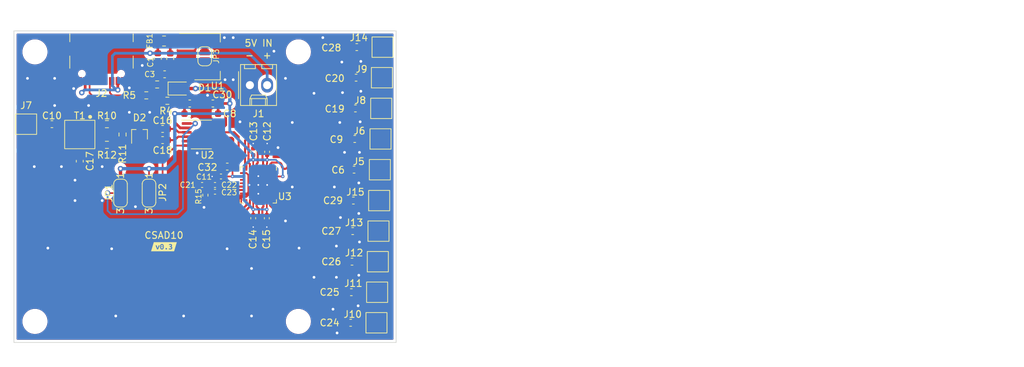
<source format=kicad_pcb>
(kicad_pcb (version 20221018) (generator pcbnew)
  (title_block (title "CSAD10") (date "2023-03-16") (rev "0.2"))
  (layers (0 "F.Cu" signal) (1 "In1.Cu" signal) (2 "In2.Cu" signal) (31 "B.Cu" signal) (34 "B.Paste" user) (35 "F.Paste" user) (36 "B.SilkS" user "B.Silkscreen") (37 "F.SilkS" user "F.Silkscreen") (38 "B.Mask" user) (39 "F.Mask" user) (44 "Edge.Cuts" user))
  (net 0 "")
  (net 1 "GND")
  (net 2 "+3.3V")
  (net 3 "Net-(U2-OUT1)")
  (net 4 "Net-(J5-In)")
  (net 5 "Net-(U2-OUT2)")
  (net 6 "Net-(U3-CLKout0)")
  (net 7 "Net-(J7-In)")
  (net 8 "Net-(T1-AA)")
  (net 9 "Net-(D2-A)")
  (net 10 "Net-(U2-IN+)")
  (net 11 "Net-(T1-SC)")
  (net 12 "Net-(C18-Pad1)")
  (net 13 "Net-(U2-IN-)")
  (net 14 "Net-(D1-K)")
  (net 15 "Net-(J2-CC1)")
  (net 19 "Net-(J2-CC2)")
  (net 23 "Net-(J6-In)")
  (net 24 "Net-(U3-CLKout1)")
  (net 25 "Earth")
  (net 26 "Net-(JP1-C)")
  (net 27 "Net-(JP2-C)")
  (net 28 "Net-(T1-SB)")
  (net 29 "Net-(T1-SA)")
  (net 30 "Net-(JP3-B)")
  (net 31 "Net-(J1-Pin_2)")
  (net 32 "Net-(J8-In)")
  (net 33 "Net-(U3-CLKout2)")
  (net 34 "Net-(J9-In)")
  (net 35 "Net-(U3-CLKout3)")
  (net 36 "Net-(C21-Pad1)")
  (net 37 "Net-(U3-CLKin0)")
  (net 38 "Net-(U3-CLKin0*)")
  (net 39 "Net-(J10-In)")
  (net 40 "Net-(U3-CLKout5)")
  (net 41 "Net-(J11-In)")
  (net 42 "Net-(U3-CLKout6)")
  (net 43 "Net-(J12-In)")
  (net 44 "Net-(U3-CLKout7)")
  (net 45 "Net-(J13-In)")
  (net 46 "Net-(U3-CLKout8)")
  (net 47 "Net-(J14-In)")
  (net 48 "Net-(U3-CLKout4)")
  (net 49 "Net-(J15-In)")
  (net 50 "Net-(U3-CLKout9)")
  (footprint "Capacitor_SMD:C_0603_1608Metric" (layer "F.Cu") (at 147.3 90.2)
    (fp_text reference "C8")
    (fp_text value "0.1uF")
  )
  (footprint "Capacitor_SMD:C_0603_1608Metric" (layer "F.Cu") (at 168.5 80.4 180)
    (fp_text reference "C28")
    (fp_text value "0.1uF")
  )
  (footprint "Capacitor_SMD:C_0603_1608Metric" (layer "F.Cu") (at 141.025 82.1 90)
    (fp_text reference "C2" hide)
    (fp_text value "1uF")
  )
  (footprint "ABOP_Parts:Connector_RF_Hirose_U.FL-R-SMT(01)" (layer "F.Cu") (at 171.6 112 90)
    (fp_text reference "J12")
    (fp_text value "U.FL-R-SMT(01)")
  )
  (footprint "Capacitor_SMD:C_0603_1608Metric" (layer "F.Cu") (at 127.7 97.2 -90)
    (fp_text reference "C17")
    (fp_text value "0.1uF")
  )
  (footprint "Capacitor_SMD:C_0603_1608Metric" (layer "F.Cu") (at 149.425 98)
    (fp_text reference "C32")
    (fp_text value "1uF")
  )
  (footprint "Resistor_SMD:R_0402_1005Metric" (layer "F.Cu") (at 146.2 102.2 90)
    (fp_text reference "R15")
    (fp_text value "50R")
  )
  (footprint "Resistor_SMD:R_0603_1608Metric" (layer "F.Cu") (at 137.5 87.5 180)
    (fp_text reference "R5")
    (fp_text value "5K1")
  )
  (footprint "Capacitor_SMD:C_0603_1608Metric" (layer "F.Cu") (at 139.2 82.075 90)
    (fp_text reference "C1")
    (fp_text value "1uF")
  )
  (footprint "Capacitor_SMD:C_0603_1608Metric" (layer "F.Cu") (at 139.9 92.445)
    (fp_text reference "C16")
    (fp_text value "0.1uF")
  )
  (footprint "Jumper:SolderJumper-2_P1.3mm_Open_RoundedPad1.0x1.5mm" (layer "F.Cu") (at 146.1 81.75 90)
    (fp_text reference "JP3")
    (fp_text value "SolderJumper_2_Open")
  )
  (footprint "Capacitor_SMD:C_0603_1608Metric" (layer "F.Cu") (at 147.3 88.7)
    (fp_text reference "C30")
    (fp_text value "1uF")
  )
  (footprint "Capacitor_SMD:C_0603_1608Metric" (layer "F.Cu") (at 167.7 116.5 180)
    (fp_text reference "C25")
    (fp_text value "0.1uF")
  )
  (footprint "Capacitor_SMD:C_0603_1608Metric" (layer "F.Cu") (at 139.9 94.095)
    (fp_text reference "C18")
    (fp_text value "0.1uF")
  )
  (footprint "ABOP_Parts:Connector_RF_Hirose_U.FL-R-SMT(01)" (layer "F.Cu") (at 172.2 84.9 90)
    (fp_text reference "J9")
    (fp_text value "U.FL-R-SMT(01)")
  )
  (footprint "Capacitor_SMD:C_0603_1608Metric" (layer "F.Cu") (at 123.6 91.75)
    (fp_text reference "C10")
    (fp_text value "0.1uF")
  )
  (footprint "ABOP_Parts:Connector_RF_Hirose_U.FL-R-SMT(01)" (layer "F.Cu") (at 172.1 89.425 90)
    (fp_text reference "J8")
    (fp_text value "U.FL-R-SMT(01)")
  )
  (footprint "Package_SO:MSOP-12_3x4mm_P0.65mm" (layer "F.Cu") (at 145.6 93.27)
    (fp_text reference "U2")
    (fp_text value "LTC6957IMS-3")
  )
  (footprint "ABOP_Parts:Connector_RF_Hirose_U.FL-R-SMT(01)" (layer "F.Cu") (at 171.5 116.5 90)
    (fp_text reference "J11")
    (fp_text value "U.FL-R-SMT(01)")
  )
  (footprint "Resistor_SMD:R_0603_1608Metric" (layer "F.Cu") (at 131.7 91.75)
    (fp_text reference "R10")
    (fp_text value "100R")
  )
  (footprint "LED_SMD:LED_0805_2012Metric" (layer "F.Cu") (at 142.4 86.5)
    (fp_text reference "D1")
    (fp_text value "150080GS75000")
  )
  (footprint "Capacitor_SMD:C_0402_1005Metric" (layer "F.Cu") (at 147.62 100.7 180)
    (fp_text reference "C22")
    (fp_text value "0.1uF")
  )
  (footprint "Capacitor_SMD:C_0603_1608Metric" (layer "F.Cu") (at 168.2 93.925 180)
    (fp_text reference "C9")
    (fp_text value "0.1uF")
  )
  (footprint "MountingHole:MountingHole_3.2mm_M3_ISO7380" (layer "F.Cu") (at 159.9 81.1)
    (fp_text reference "H2" hide)
    (fp_text value "MountingHole")
  )
  (footprint "Capacitor_SMD:C_0603_1608Metric" (layer "F.Cu") (at 168.3 89.425 180)
    (fp_text reference "C19")
    (fp_text value "0.1uF")
  )
  (footprint "MountingHole:MountingHole_3.2mm_M3_ISO7380" (layer "F.Cu") (at 121.1 81.1)
    (fp_text reference "H1" hide)
    (fp_text value "MountingHole")
  )
  (footprint "Connector_Molex:Molex_KK-254_AE-6410-02A_1x02_P2.54mm_Vertical" (layer "F.Cu") (at 152.76 86)
    (fp_text reference "J1")
    (fp_text value "22-23-2021")
  )
  (footprint "Capacitor_SMD:C_0402_1005Metric" (layer "F.Cu") (at 155.3 95.82 -90)
    (fp_text reference "C12")
    (fp_text value "100pF")
  )
  (footprint "Resistor_SMD:R_0603_1608Metric" (layer "F.Cu") (at 131.7 94.79)
    (fp_text reference "R12")
    (fp_text value "100R")
  )
  (footprint "Jumper:SolderJumper-3_P1.3mm_Bridged12_RoundedPad1.0x1.5mm_NumberLabels" (layer "F.Cu") (at 133.7 101.9 -90)
    (fp_text reference "JP1")
    (fp_text value "SolderJumper_3_Bridged12")
  )
  (footprint "Capacitor_SMD:C_0603_1608Metric" (layer "F.Cu") (at 167.9 107.5 180)
    (fp_text reference "C27")
    (fp_text value "0.1uF")
  )
  (footprint "Capacitor_SMD:C_0603_1608Metric" (layer "F.Cu") (at 167.6 121 180)
    (fp_text reference "C24")
    (fp_text value "0.1uF")
  )
  (footprint "Package_TO_SOT_SMD:SOT-223-3_TabPin2" (layer "F.Cu") (at 146.4875 81.8)
    (fp_text reference "U1")
    (fp_text value "AP7361C-33E")
  )
  (footprint "Resistor_SMD:R_0805_2012Metric" (layer "F.Cu") (at 140.1125 79.5)
    (fp_text reference "FB1")
    (fp_text value "60R @ 100MHz")
  )
  (footprint "Capacitor_SMD:C_0603_1608Metric" (layer "F.Cu") (at 167.8 112 180)
    (fp_text reference "C26")
    (fp_text value "0.1uF")
  )
  (footprint "Capacitor_SMD:C_0603_1608Metric" (layer "F.Cu") (at 168.4 84.9 180)
    (fp_text reference "C20")
    (fp_text value "0.1uF")
  )
  (footprint "ABOP_Parts:Connector_RF_Hirose_U.FL-R-SMT(01)" (layer "F.Cu") (at 171.7 107.5 90)
    (fp_text reference "J13")
    (fp_text value "U.FL-R-SMT(01)")
  )
  (footprint "ABOP_Parts:Transformer_Coilcraft_WBC_Series" (layer "F.Cu") (at 127.7 93.27 -90)
    (fp_text reference "T1")
    (fp_text value "WBC16-1T")
  )
  (footprint "MountingHole:MountingHole_3.2mm_M3_ISO7380" (layer "F.Cu") (at 159.9 120.8)
    (fp_text reference "H4" hide)
    (fp_text value "MountingHole")
  )
  (footprint "Capacitor_SMD:C_0402_1005Metric" (layer "F.Cu") (at 147.62 101.7 180)
    (fp_text reference "C23")
    (fp_text value "0.1uF")
  )
  (footprint "ABOP_Parts:Connector_RF_Hirose_U.FL-R-SMT(01)" (layer "F.Cu") (at 171.9 98.45 90)
    (fp_text reference "J5")
    (fp_text value "U.FL-R-SMT(01)")
  )
  (footprint "Capacitor_SMD:C_0402_1005Metric" (layer "F.Cu") (at 153.25 105.6 90)
    (fp_text reference "C14")
    (fp_text value "100pF")
  )
  (footprint "Capacitor_SMD:C_0603_1608Metric" (layer "F.Cu") (at 168 103 180)
    (fp_text reference "C29")
    (fp_text value "0.1uF")
  )
  (footprint "ABOP_Parts:Connector_RF_Hirose_U.FL-R-SMT(01)" (layer "F.Cu") (at 171.8 103 90)
    (fp_text reference "J15")
    (fp_text value "U.FL-R-SMT(01)")
  )
  (footprint "Resistor_SMD:R_0603_1608Metric" (layer "F.Cu") (at 139.1 85.9 180)
    (fp_text reference "R1" hide)
    (fp_text value "680R")
  )
  (footprint "Capacitor_SMD:C_0603_1608Metric" (layer "F.Cu") (at 140.2 84.4)
    (fp_text reference "C3")
    (fp_text value "4.7uF")
  )
  (footprint "Package_TO_SOT_SMD:SOT-323_SC-70" (layer "F.Cu") (at 136.5 93.27 90)
    (fp_text reference "D2")
    (fp_text value "MA4E133B1-1146T")
  )
  (footprint "Jumper:SolderJumper-3_P1.3mm_Bridged12_RoundedPad1.0x1.5mm_NumberLabels" (layer "F.Cu") (at 137.9 101.9 -90)
    (fp_text reference "JP2")
    (fp_text value "SolderJumper_3_Bridged12")
  )
  (footprint "ABOP_Parts:Connector_RF_Hirose_U.FL-R-SMT(01)" (layer "F.Cu") (at 172.3 80.4 90)
    (fp_text reference "J14")
    (fp_text value "U.FL-R-SMT(01)")
  )
  (footprint "ABOP_Parts:Connector_RF_Hirose_U.FL-R-SMT(01)" (layer "F.Cu") (at 172 93.925 90)
    (fp_text reference "J6")
    (fp_text value "U.FL-R-SMT(01)")
  )
  (footprint "Capacitor_SMD:C_0603_1608Metric" (layer "F.Cu") (at 143.9 90.2 180)
    (fp_text reference "C7" hide)
    (fp_text value "0.1uF")
  )
  (footprint "Capacitor_SMD:C_0402_1005Metric" (layer "F.Cu") (at 153.25 95.82 -90)
    (fp_text reference "C13")
    (fp_text value "100pF")
  )
  (footprint "ABOP_Parts:WQFN-32-1EP_5x5mm_P0.5mm_EP3.1x3.1mm_ThermalVias" (layer "F.Cu") (at 154 100.7 -90)
    (fp_text reference "U3")
    (fp_text value "LMK00101")
  )
  (footprint "Capacitor_SMD:C_0402_1005Metric" (layer "F.Cu") (at 155.25 105.6 90)
    (fp_text reference "C15")
    (fp_text value "100pF")
  )
  (footprint "Capacitor_SMD:C_0603_1608Metric" (layer "F.Cu") (at 168.1 98.45 180)
    (fp_text reference "C6")
    (fp_text value "0.1uF")
  )
  (footprint "Resistor_SMD:R_0603_1608Metric" (layer "F.Cu") (at 134 93.27 -90)
    (fp_text reference "R11")
    (fp_text value "604R")
  )
  (footprint "Capacitor_SMD:C_0603_1608Metric" (layer "F.Cu") (at 143.9 88.7 180)
    (fp_text reference "C31" hide)
    (fp_text value "1uF")
  )
  (footprint "Capacitor_SMD:C_0402_1005Metric" (layer "F.Cu") (at 148.5 99.45)
    (fp_text reference "C11")
    (fp_text value "100pF")
  )
  (footprint "ABOP_Parts:Connector_RF_Hirose_U.FL-R-SMT(01)" (layer "F.Cu") (at 171.4 121 90)
    (fp_text reference "J10")
    (fp_text value "U.FL-R-SMT(01)")
  )
  (footprint "ABOP_Parts:Connector_RF_Hirose_U.FL-R-SMT(01)" (layer "F.Cu") (at 119.8 91.75 -90)
    (fp_text reference "J7")
    (fp_text value "U.FL-R-SMT(01)")
  )
  (footprint "Resistor_SMD:R_0603_1608Metric" (layer "F.Cu") (at 140.6 88.3 180)
    (fp_text reference "R4")
    (fp_text value "5K1")
  )
  (footprint "MountingHole:MountingHole_3.2mm_M3_ISO7380" (layer "F.Cu") (at 121.1 120.8)
    (fp_text reference "H3" hide)
    (fp_text value "MountingHole")
  )
  (footprint "kibuzzard-6492A46E" (layer "F.Cu") (at 140.1 109.8)
    (fp_text reference "kibuzzard-6492A46E" hide)
    (fp_text value "G***" hide)
  )
  (footprint "ABOP_Parts:USB_C_Receptacle_GCT_USB4110-xx-A_16P_TopMnt_Horizontal" (layer "F.Cu") (at 130.9 78.035 180)
    (fp_text reference "J2")
    (fp_text value "USB4110-GF-A")
  )
  (footprint "Capacitor_SMD:C_0402_1005Metric" (layer "F.Cu") (at 145.72 100.7 180)
    (fp_text reference "C21")
    (fp_text value "0.1uF")
  )
  (gr_rect (start 118 78) (end 174.3 123.9) (stroke (width 0.1)) (fill none) (layer "Edge.Cuts"))
  (gr_text "5V IN" (at 151.9 80.4) (layer "F.SilkS") (effects (font (size 1 1)) (justify left bottom)))
  (gr_text "+" (at 155.3 81.6) (layer "F.SilkS") (effects (font (size 1 1))))
  (gr_text "-" (at 152.7 81.6) (layer "F.SilkS") (effects (font (size 1 1))))
  (gr_text "CSAD10" (at 140.1 108.7) (layer "F.SilkS") (effects (font (size 1 1)) (justify bottom)))
  (segment (start 147.75 94.245) (end 143.45 94.245) (width 0.4) (layer "F.Cu") (net 1))
  (segment (start 152.75 101.95) (end 154 100.7) (width 0.25) (layer "F.Cu") (net 1))
  (segment (start 127.7 85.6) (end 126.8 86.5) (width 0.4) (layer "F.Cu") (net 1))
  (segment (start 155.25 106.9) (end 155.25 106.08) (width 0.25) (layer "F.Cu") (net 1))
  (segment (start 154.25 100.45) (end 154 100.7) (width 0.25) (layer "F.Cu") (net 1))
  (segment (start 155.75 102.45) (end 154 100.7) (width 0.25) (layer "F.Cu") (net 1))
  (segment (start 154.25 99.15) (end 154 99.4) (width 0.25) (layer "F.Cu") (net 1))
  (segment (start 154.25 103.1) (end 154.25 100.95) (width 0.25) (layer "F.Cu") (net 1))
  (segment (start 151.6 101.95) (end 152.75 101.95) (width 0.25) (layer "F.Cu") (net 1))
  (segment (start 153.25 95.34) (end 153.25 94.6) (width 0.25) (layer "F.Cu") (net 1))
  (segment (start 134.1 85.5) (end 135 86.4) (width 0.4) (layer "F.Cu") (net 1))
  (segment (start 154.25 98.3) (end 154.25 99.15) (width 0.25) (layer "F.Cu") (net 1))
  (segment (start 156.4 101.95) (end 155.25 101.95) (width 0.25) (layer "F.Cu") (net 1))
  (segment (start 153.25 106.9) (end 153.25 106.08) (width 0.25) (layer "F.Cu") (net 1))
  (segment (start 134.1 85.39) (end 134.1 85.5) (width 0.4) (layer "F.Cu") (net 1))
  (segment (start 152.25 98.95) (end 154 100.7) (width 0.25) (layer "F.Cu") (net 1))
  (segment (start 154.25 100.95) (end 154 100.7) (width 0.25) (layer "F.Cu") (net 1))
  (segment (start 127.7 85.39) (end 127.7 85.6) (width 0.4) (layer "F.Cu") (net 1))
  (segment (start 156.4 98.95) (end 155.75 98.95) (width 0.25) (layer "F.Cu") (net 1))
  (segment (start 156.4 99.95) (end 154.75 99.95) (width 0.25) (layer "F.Cu") (net 1))
  (segment (start 155.25 101.95) (end 154 100.7) (width 0.25) (layer "F.Cu") (net 1))
  (segment (start 151.6 102.45) (end 152.25 102.45) (width 0.25) (layer "F.Cu") (net 1))
  (segment (start 155.3 94.6) (end 155.3 95.34) (width 0.25) (layer "F.Cu") (net 1))
  (segment (start 151.6 98.95) (end 152.25 98.95) (width 0.25) (layer "F.Cu") (net 1))
  (segment (start 156.4 100.45) (end 154.25 100.45) (width 0.25) (layer "F.Cu") (net 1))
  (segment (start 156.4 102.45) (end 155.75 102.45) (width 0.25) (layer "F.Cu") (net 1))
  (segment (start 152.25 102.45) (end 154 100.7) (width 0.25) (layer "F.Cu") (net 1))
  (segment (start 155.75 98.95) (end 154 100.7) (width 0.25) (layer "F.Cu") (net 1))
  (segment (start 154.75 99.95) (end 154 100.7) (width 0.25) (layer "F.Cu") (net 1))
  (segment (start 147.2 99.45) (end 148.02 99.45) (width 0.3) (layer "F.Cu") (net 1))
  (via (at 124 85) (size 0.8) (drill 0.4) (layers "F.Cu" "B.Cu") (net 1))
  (via (at 146.525 87.5) (size 0.8) (drill 0.4) (layers "F.Cu" "B.Cu") (net 1))
  (via (at 120 85) (size 0.8) (drill 0.4) (layers "F.Cu" "B.Cu") (net 1))
  (via (at 127 103) (size 0.8) (drill 0.4) (layers "F.Cu" "B.Cu") (net 1))
  (via (at 135 90) (size 0.8) (drill 0.4) (layers "F.Cu" "B.Cu") (net 1))
  (via (at 153 120) (size 0.8) (drill 0.4) (layers "F.Cu" "B.Cu") (net 1))
  (via (at 153.25 106.9) (size 0.5) (drill 0.2) (layers "F.Cu" "B.Cu") (net 1))
  (via (at 153 113) (size 0.8) (drill 0.4) (layers "F.Cu" "B.Cu") (net 1))
  (via (at 147.2 99.45) (size 0.5) (drill 0.2) (layers "F.Cu" "B.Cu") (net 1))
  (via (at 168.8 114) (size 0.8) (drill 0.4) (layers "F.Cu" "B.Cu") (net 1))
  (via (at 162.2 87.2) (size 0.8) (drill 0.4) (layers "F.Cu" "B.Cu") (net 1))
  (via (at 168.8 104.9) (size 0.8) (drill 0.4) (layers "F.Cu" "B.Cu") (net 1))
  (via (at 165 119) (size 0.8) (drill 0.4) (layers "F.Cu" "B.Cu") (net 1))
  (via (at 169.1 82.5) (size 0.8) (drill 0.4) (layers "F.Cu" "B.Cu") (net 1))
  (via (at 163.5 79) (size 0.8) (drill 0.4) (layers "F.Cu" "B.Cu") (net 1))
  (via (at 136.9 83.1) (size 0.8) (drill 0.4) (layers "F.Cu" "B.Cu") (net 1))
  (via (at 133 120) (size 0.8) (drill 0.4) (layers "F.Cu" "B.Cu") (net 1))
  (via (at 149.4 110.1) (size 0.8) (drill 0.4) (layers "F.Cu" "B.Cu") (net 1))
  (via (at 166.3 82.6) (size 0.8) (drill 0.4) (layers "F.Cu" "B.Cu") (net 1))
  (via (at 158 85) (size 0.8) (drill 0.4) (layers "F.Cu" "B.Cu") (net 1))
  (via (at 127 100) (size 0.8) (drill 0.4) (layers "F.Cu" "B.Cu") (net 1))
  (via (at 166.4 87.1) (size 0.8) (drill 0.4) (layers "F.Cu" "B.Cu") (net 1))
  (via (at 131 98) (size 0.8) (drill 0.4) (layers "F.Cu" "B.Cu") (net 1))
  (via (at 146 104) (size 0.8) (drill 0.4) (layers "F.Cu" "B.Cu") (net 1))
  (via (at 159 91.5) (size 0.8) (drill 0.4) (layers "F.Cu" "B.Cu") (net 1))
  (via (at 126.8 86.5) (size 0.8) (drill 0.4) (layers "F.Cu" "B.Cu") (net 1))
  (via (at 159 101) (size 0.8) (drill 0.4) (layers "F.Cu" "B.Cu") (net 1))
  (via (at 168.7 118.5) (size 0.8) (drill 0.4) (layers "F.Cu" "B.Cu") (net 1))
  (via (at 165.5 109.7) (size 0.8) (drill 0.4) (layers "F.Cu" "B.Cu") (net 1))
  (via (at 153.25 94.6) (size 0.5) (drill 0.2) (layers "F.Cu" "B.Cu") (net 1))
  (via (at 166 91.5) (size 0.8) (drill 0.4) (layers "F.Cu" "B.Cu") (net 1))
  (via (at 125 98) (size 0.8) (drill 0.4) (layers "F.Cu" "B.Cu") (net 1))
  (via (at 145 96) (size 0.8) (drill 0.4) (layers "F.Cu" "B.Cu") (net 1))
  (via (at 123 110) (size 0.8) (drill 0.4) (layers "F.Cu" "B.Cu") (net 1))
  (via (at 156.3 81) (size 0.8) (drill 0.4) (layers "F.Cu" "B.Cu") (net 1))
  (via (at 165.2 101) (size 0.8) (drill 0.4) (layers "F.Cu" "B.Cu") (net 1))
  (via (at 138 90) (size 0.8) (drill 0.4) (layers "F.Cu" "B.Cu") (net 1))
  (via (at 162.2 114.3) (size 0.8) (drill 0.4) (layers "F.Cu" "B.Cu") (net 1))
  (via (at 150.3 85.2) (size 0.8) (drill 0.4) (layers "F.Cu" "B.Cu") (net 1))
  (via (at 155.3 94.6) (size 0.5) (drill 0.2) (layers "F.Cu" "B.Cu") (net 1))
  (via (at 135.9 103.9) (size 0.8) (drill 0.4) (layers "F.Cu" "B.Cu") (net 1))
  (via (at 131 103) (size 0.8) (drill 0.4) (layers "F.Cu" "B.Cu") (net 1))
  (via (at 168.8 100.4) (size 0.8) (drill 0.4) (layers "F.Cu" "B.Cu") (net 1))
  (via (at 158 106) (size 0.8) (drill 0.4) (layers "F.Cu" "B.Cu") (net 1))
  (via (at 124 89) (size 0.8) (drill 0.4) (layers "F.Cu" "B.Cu") (net 1))
  (via (at 151.3 91.4) (size 0.8) (drill 0.4) (layers "F.Cu" "B.Cu") (net 1))
  (via (at 165.6 122.5) (size 0.8) (drill 0.4) (layers "F.Cu" "B.Cu") (net 1))
  (via (at 160 110) (size 0.8) (drill 0.4) (layers "F.Cu" "B.Cu") (net 1))
  (via (at 129 89) (size 0.8) (drill 0.4) (layers "F.Cu" "B.Cu") (net 1))
  (via (at 149.1 85.2) (size 0.8) (drill 0.4) (layers "F.Cu" "B.Cu") (net 1))
  (via (at 149 79) (size 0.8) (drill 0.4) (layers "F.Cu" "B.Cu") (net 1))
  (via (at 166.7 95.9) (size 0.8) (drill 0.4) (layers "F.Cu" "B.Cu") (net 1))
  (via (at 166.1 105.5) (size 0.8) (drill 0.4) (layers "F.Cu" "B.Cu") (net 1))
  (via (at 135 86.4) (size 0.8) (drill 0.4) (layers "F.Cu" "B.Cu") (net 1))
  (via (at 168.9 95.9) (size 0.8) (drill 0.4) (layers "F.Cu" "B.Cu") (net 1))
  (via (at 150.3 79) (size 0.8) (drill 0.4) (layers "F.Cu" "B.Cu") (net 1))
  (via (at 169 91.4) (size 0.8) (drill 0.4) (layers "F.Cu" "B.Cu") (net 1))
  (via (at 169.1 86.9) (size 0.8) (drill 0.4) (layers "F.Cu" "B.Cu") (net 1))
  (via (at 165.5 114.3) (size 0.8) (drill 0.4) (layers "F.Cu" "B.Cu") (net 1))
  (via (at 132.4 110.1) (size 0.8) (drill 0.4) (layers "F.Cu" "B.Cu") (net 1))
  (via (at 121 98) (size 0.8) (drill 0.4) (layers "F.Cu" "B.Cu") (net 1))
  (via (at 143 120) (size 0.8) (drill 0.4) (layers "F.Cu" "B.Cu") (net 1))
  (via (at 156.9 95.2) (size 0.8) (drill 0.4) (layers "F.Cu" "B.Cu") (net 1))
  (via (at 155.25 106.9) (size 0.5) (drill 0.2) (layers "F.Cu" "B.Cu") (net 1))
  (via (at 168.9 109.1) (size 0.8) (drill 0.4) (layers "F.Cu" "B.Cu") (net 1))
  (segment (start 156.4 99.45) (end 157.6 99.45) (width 0.25) (layer "F.Cu") (net 2))
  (segment (start 141.7 91.5) (end 141.7 90.2) (width 0.4) (layer "F.Cu") (net 2))
  (segment (start 155.3 97) (end 155.3 97.5) (width 0.25) (layer "F.Cu") (net 2))
  (segment (start 148.075 90.2) (end 149 90.2) (width 0.4) (layer "F.Cu") (net 2))
  (segment (start 145.8 84.1) (end 146.1 83.8) (width 0.4) (layer "F.Cu") (net 2))
  (segment (start 148.075 90.2) (end 148.075 88.7) (width 0.4) (layer "F.Cu") (net 2))
  (segment (start 137.9 100.6) (end 137.9 98.3) (width 0.25) (layer "F.Cu") (net 2))
  (segment (start 149.2 90.4) (end 149.2 91.85) (width 0.4) (layer "F.Cu") (net 2))
  (segment (start 149 90.2) (end 149.2 90.4) (width 0.4) (layer "F.Cu") (net 2))
  (segment (start 155.3 97.5) (end 155.25 97.55) (width 0.25) (layer "F.Cu") (net 2))
  (segment (start 155.3 96.3) (end 155.3 97) (width 0.25) (layer "F.Cu") (net 2))
  (segment (start 133.7 100.6) (end 133.7 98.3) (width 0.5) (layer "F.Cu") (net 2))
  (segment (start 143.45 92.295) (end 142.495 92.295) (width 0.4) (layer "F.Cu") (net 2))
  (segment (start 143.3375 84.1) (end 143.3375 86.5) (width 0.5) (layer "F.Cu") (net 2))
  (segment (start 150.2 98) (end 150.2 99.45) (width 0.25) (layer "F.Cu") (net 2))
  (segment (start 143.125 89.075) (end 143.125 90.2) (width 0.4) (layer "F.Cu") (net 2))
  (segment (start 151.6 99.45) (end 148.98 99.45) (width 0.25) (layer "F.Cu") (net 2))
  (segment (start 147.75 92.295) (end 148.755 92.295) (width 0.4) (layer "F.Cu") (net 2))
  (segment (start 140.975 84.4) (end 141.7 84.4) (width 0.4) (layer "F.Cu") (net 2))
  (segment (start 155.25 105.12) (end 155.25 103.1) (width 0.25) (layer "F.Cu") (net 2))
  (segment (start 141.7 84.4) (end 142 84.1) (width 0.4) (layer "F.Cu") (net 2))
  (segment (start 141.7 90.2) (end 143.125 90.2) (width 0.4) (layer "F.Cu") (net 2))
  (segment (start 153.25 96.3) (end 153.25 98.3) (width 0.25) (layer "F.Cu") (net 2))
  (segment (start 142.495 92.295) (end 141.7 91.5) (width 0.4) (layer "F.Cu") (net 2))
  (segment (start 142 84.1) (end 143.3375 84.1) (width 0.4) (layer "F.Cu") (net 2))
  (segment (start 143.3375 84.1) (end 145.8 84.1) (width 0.4) (layer "F.Cu") (net 2))
  (segment (start 148.755 92.295) (end 149.2 91.85) (width 0.4) (layer "F.Cu") (net 2))
  (segment (start 153.25 105.12) (end 153.25 103.1) (width 0.25) (layer "F.Cu") (net 2))
  (segment (start 155.25 97.55) (end 155.25 98.3) (width 0.25) (layer "F.Cu") (net 2))
  (segment (start 146.1 83.8) (end 146.1 82.4) (width 0.4) (layer "F.Cu") (net 2))
  (segment (start 148.075 88.7) (end 149.8 88.7) (width 0.4) (layer "F.Cu") (net 2))
  (segment (start 143.3375 86.5) (end 144.75 86.5) (width 0.5) (layer "F.Cu") (net 2))
  (via (at 144.75 86.5) (size 0.8) (drill 0.4) (layers "F.Cu" "B.Cu") (net 2))
  (via (at 133.7 98.3) (size 0.8) (drill 0.4) (layers "F.Cu" "B.Cu") (net 2))
  (via (at 155.25 104.3) (size 0.5) (drill 0.2) (layers "F.Cu" "B.Cu") (net 2))
  (via (at 155.3 97) (size 0.5) (drill 0.2) (layers "F.Cu" "B.Cu") (net 2))
  (via (at 141.7 90.2) (size 0.8) (drill 0.4) (layers "F.Cu" "B.Cu") (net 2))
  (via (at 153.25 97) (size 0.5) (drill 0.2) (layers "F.Cu" "B.Cu") (net 2))
  (via (at 137.9 98.3) (size 0.8) (drill 0.4) (layers "F.Cu" "B.Cu") (net 2))
  (via (at 157.6 99.45) (size 0.5) (drill 0.2) (layers "F.Cu" "B.Cu") (net 2))
  (via (at 153.25 104.3) (size 0.5) (drill 0.2) (layers "F.Cu" "B.Cu") (net 2))
  (via (at 149.8 88.7) (size 0.8) (drill 0.4) (layers "F.Cu" "B.Cu") (net 2))
  (via (at 150.2 99.45) (size 0.5) (drill 0.2) (layers "F.Cu" "B.Cu") (net 2))
  (segment (start 153.25 104.3) (end 155.25 104.3) (width 0.3) (layer "B.Cu") (net 2))
  (segment (start 140.5 98.3) (end 133.7 98.3) (width 0.5) (layer "B.Cu") (net 2))
  (segment (start 141.7 90.2) (end 149.8 90.2) (width 0.4) (layer "B.Cu") (net 2))
  (segment (start 153.25 97) (end 153.25 96.2) (width 0.4) (layer "B.Cu") (net 2))
  (segment (start 149.8 92.75) (end 149.8 90.2) (width 0.4) (layer "B.Cu") (net 2))
  (segment (start 155.3 97) (end 156.6 97) (width 0.25) (layer "B.Cu") (net 2))
  (segment (start 151.9 99.45) (end 150.2 99.45) (width 0.4) (layer "B.Cu") (net 2))
  (segment (start 153.25 97) (end 152.8 97) (width 0.4) (layer "B.Cu") (net 2))
  (segment (start 157.6 98) (end 157.6 99.45) (width 0.25) (layer "B.Cu") (net 2))
  (segment (start 141.7 90.2) (end 141.7 97.1) (width 0.5) (layer "B.Cu") (net 2))
  (segment (start 156.6 97) (end 157.6 98) (width 0.25) (layer "B.Cu") (net 2))
  (segment (start 148.9 86.5) (end 149.8 87.4) (width 0.5) (layer "B.Cu") (net 2))
  (segment (start 149.8 87.4) (end 149.8 88.7) (width 0.5) (layer "B.Cu") (net 2))
  (segment (start 151.9 97.9) (end 151.9 102.95) (width 0.4) (layer "B.Cu") (net 2))
  (segment (start 152.8 97) (end 151.9 97.9) (width 0.4) (layer "B.Cu") (net 2))
  (segment (start 149.8 90.2) (end 149.8 88.7) (width 0.4) (layer "B.Cu") (net 2))
  (segment (start 153.25 97) (end 155.3 97) (width 0.4) (layer "B.Cu") (net 2))
  (segment (start 151.9 102.95) (end 153.25 104.3) (width 0.4) (layer "B.Cu") (net 2))
  (segment (start 153.25 96.2) (end 149.8 92.75) (width 0.4) (layer "B.Cu") (net 2))
  (segment (start 141.7 97.1) (end 140.5 98.3) (width 0.5) (layer "B.Cu") (net 2))
  (segment (start 144.75 86.5) (end 148.9 86.5) (width 0.5) (layer "B.Cu") (net 2))
  (segment (start 145.24 97.76) (end 145.24 100.7) (width 0.3) (layer "F.Cu") (net 3))
  (segment (start 146.4 96.6) (end 145.24 97.76) (width 0.3) (layer "F.Cu") (net 3))
  (segment (start 147.75 92.945) (end 150.445 92.945) (width 0.3) (layer "F.Cu") (net 3))
  (segment (start 151.1 93.6) (end 151.1 95.9) (width 0.3) (layer "F.Cu") (net 3))
  (segment (start 150.4 96.6) (end 146.4 96.6) (width 0.3) (layer "F.Cu") (net 3))
  (segment (start 150.445 92.945) (end 151.1 93.6) (width 0.3) (layer "F.Cu") (net 3))
  (segment (start 151.1 95.9) (end 150.4 96.6) (width 0.3) (layer "F.Cu") (net 3))
  (segment (start 170.4 98.45) (end 168.875 98.45) (width 0.3) (layer "F.Cu") (net 4))
  (segment (start 157.45 97.877751) (end 157.45 97.85) (width 0.3) (layer "F.Cu") (net 6))
  (segment (start 166.275 97.4) (end 166 97.4) (width 0.3) (layer "F.Cu") (net 6))
  (segment (start 163.75 96.922255) (end 163.75 97.4) (width 0.3) (layer "F.Cu") (net 6))
  (segment (start 159.25 97.877751) (end 159.25 97.4) (width 0.3) (layer "F.Cu") (net 6))
  (segment (start 157 97.4) (end 156 97.4) (width 0.3) (layer "F.Cu") (net 6))
  (segment (start 159.25 97.4) (end 159.25 96.92225) (width 0.3) (layer "F.Cu") (net 6))
  (segment (start 163.75 97.4) (end 163.75 97.877745) (width 0.3) (layer "F.Cu") (net 6))
  (segment (start 155.75 97.721751) (end 155.75 98.3) (width 0.3) (layer "F.Cu") (net 6))
  (segment (start 161.95 96.922252) (end 161.95 97.4) (width 0.3) (layer "F.Cu") (net 6))
  (segment (start 158.35 96.92225) (end 158.35 97.4) (width 0.3) (layer "F.Cu") (net 6))
  (segment (start 164.65 97.877745) (end 164.65 97.85) (width 0.3) (layer "F.Cu") (net 6))
  (segment (start 156 97.4) (end 155.775 97.625) (width 0.3) (layer "F.Cu") (net 6))
  (segment (start 162.85 97.4) (end 162.85 96.922252) (width 0.3) (layer "F.Cu") (net 6))
  (segment (start 160.15 96.92225) (end 160.15 97.4) (width 0.3) (layer "F.Cu") (net 6))
  (segment (start 161.05 97.877749) (end 161.05 97.4) (width 0.3) (layer "F.Cu") (net 6))
  (segment (start 167.325 98.45) (end 166.275 97.4) (width 0.3) (layer "F.Cu") (net 6))
  (segment (start 158.35 97.4) (end 158.35 97.877751) (width 0.3) (layer "F.Cu") (net 6))
  (segment (start 160.15 97.4) (end 160.15 97.877751) (width 0.3) (layer "F.Cu") (net 6))
  (segment (start 155.775 97.625) (end 155.775 97.696751) (width 0.3) (layer "F.Cu") (net 6))
  (segment (start 161.95 97.4) (end 161.95 97.877749) (width 0.3) (layer "F.Cu") (net 6))
  (segment (start 161.05 97.4) (end 161.05 96.92225) (width 0.3) (layer "F.Cu") (net 6))
  (segment (start 164.65 97.85) (end 164.65 96.922255) (width 0.3) (layer "F.Cu") (net 6))
  (segment (start 165.55 97.85) (end 165.55 97.877745) (width 0.3) (layer "F.Cu") (net 6))
  (segment (start 162.85 97.877745) (end 162.85 97.4) (width 0.3) (layer "F.Cu") (net 6))
  (segment (start 155.775 97.696751) (end 155.75 97.721751) (width 0.3) (layer "F.Cu") (net 6))
  (arc (start 160.6 96.47225) (mid 160.281802 96.604052) (end 160.15 96.92225) (width 0.3) (layer "F.Cu") (net 6))
  (arc (start 157.45 97.85) (mid 157.318198 97.531802) (end 157 97.4) (width 0.3) (layer "F.Cu") (net 6))
  (arc (start 163.75 97.877745) (mid 163.618198 98.195943) (end 163.3 98.327745) (width 0.3) (layer "F.Cu") (net 6))
  (arc (start 161.95 97.877749) (mid 161.818198 98.195947) (end 161.5 98.327749) (width 0.3) (layer "F.Cu") (net 6))
  (arc (start 162.85 96.922252) (mid 162.718198 96.604054) (end 162.4 96.472252) (width 0.3) (layer "F.Cu") (net 6))
  (arc (start 158.8 96.47225) (mid 158.481802 96.604052) (end 158.35 96.92225) (width 0.3) (layer "F.Cu") (net 6))
  (arc (start 157.9 98.327751) (mid 157.581802 98.195949) (end 157.45 97.877751) (width 0.3) (layer "F.Cu") (net 6))
  (arc (start 163.3 98.327745) (mid 162.981802 98.195943) (end 162.85 97.877745) (width 0.3) (layer "F.Cu") (net 6))
  (arc (start 162.4 96.472252) (mid 162.081802 96.604054) (end 161.95 96.922252) (width 0.3) (layer "F.Cu") (net 6))
  (arc (start 158.35 97.877751) (mid 158.218198 98.195949) (end 157.9 98.327751) (width 0.3) (layer "F.Cu") (net 6))
  (arc (start 164.2 96.472255) (mid 163.881802 96.604057) (end 163.75 96.922255) (width 0.3) (layer "F.Cu") (net 6))
  (arc (start 159.25 96.92225) (mid 159.118198 96.604052) (end 158.8 96.47225) (width 0.3) (layer "F.Cu") (net 6))
  (arc (start 164.65 96.922255) (mid 164.518198 96.604057) (end 164.2 96.472255) (width 0.3) (layer "F.Cu") (net 6))
  (arc (start 165.55 97.877745) (mid 165.418198 98.195943) (end 165.1 98.327745) (width 0.3) (layer "F.Cu") (net 6))
  (arc (start 166 97.4) (mid 165.681802 97.531802) (end 165.55 97.85) (width 0.3) (layer "F.Cu") (net 6))
  (arc (start 165.1 98.327745) (mid 164.781802 98.195943) (end 164.65 97.877745) (width 0.3) (layer "F.Cu") (net 6))
  (arc (start 159.7 98.327751) (mid 159.381802 98.195949) (end 159.25 97.877751) (width 0.3) (layer "F.Cu") (net 6))
  (arc (start 160.15 97.877751) (mid 160.018198 98.195949) (end 159.7 98.327751) (width 0.3) (layer "F.Cu") (net 6))
  (arc (start 161.05 96.92225) (mid 160.918198 96.604052) (end 160.6 96.47225) (width 0.3) (layer "F.Cu") (net 6))
  (arc (start 161.5 98.327749) (mid 161.181802 98.195947) (end 161.05 97.877749) (width 0.3) (layer "F.Cu") (net 6))
  (segment (start 121.3 91.75) (end 122.825 91.75) (width 0.3) (layer "F.Cu") (net 7))
  (segment (start 124.375 91.75) (end 126.175 91.75) (width 0.3) (layer "F.Cu") (net 8))
  (segment (start 139.125 92.445) (end 134 92.445) (width 0.3) (layer "F.Cu") (net 9))
  (segment (start 132.525 91.75) (end 133.305 91.75) (width 0.3) (layer "F.Cu") (net 9))
  (segment (start 133.305 91.75) (end 134 92.445) (width 0.3) (layer "F.Cu") (net 9))
  (segment (start 141.745 92.445) (end 142.245 92.945) (width 0.3) (layer "F.Cu") (net 10))
  (segment (start 140.675 92.445) (end 141.745 92.445) (width 0.3) (layer "F.Cu") (net 10))
  (segment (start 142.245 92.945) (end 143.45 92.945) (width 0.3) (layer "F.Cu") (net 10))
  (segment (start 128.13 93.27) (end 127.7 93.7) (width 0.3) (layer "F.Cu") (net 11))
  (segment (start 129.225 93.27) (end 128.13 93.27) (width 0.3) (layer "F.Cu") (net 11))
  (segment (start 127.7 93.7) (end 127.7 96.425) (width 0.3) (layer "F.Cu") (net 11))
  (segment (start 133.305 94.79) (end 134 94.095) (width 0.3) (layer "F.Cu") (net 12))
  (segment (start 132.525 94.79) (end 133.305 94.79) (width 0.3) (layer "F.Cu") (net 12))
  (segment (start 139.125 94.095) (end 134 94.095) (width 0.3) (layer "F.Cu") (net 12))
  (segment (start 142.205 93.595) (end 143.45 93.595) (width 0.3) (layer "F.Cu") (net 13))
  (segment (start 141.705 94.095) (end 142.205 93.595) (width 0.3) (layer "F.Cu") (net 13))
  (segment (start 140.675 94.095) (end 141.705 94.095) (width 0.3) (layer "F.Cu") (net 13))
  (segment (start 140.7 86.5) (end 141.4625 86.5) (width 0.25) (layer "F.Cu") (net 14))
  (segment (start 140.5 85.9) (end 140.6 86) (width 0.25) (layer "F.Cu") (net 14))
  (segment (start 140.6 86) (end 140.6 86.4) (width 0.25) (layer "F.Cu") (net 14))
  (segment (start 140.6 86.4) (end 140.7 86.5) (width 0.25) (layer "F.Cu") (net 14))
  (segment (start 139.925 85.9) (end 140.5 85.9) (width 0.25) (layer "F.Cu") (net 14))
  (segment (start 132.5 87.5) (end 132.15 87.15) (width 0.25) (layer "F.Cu") (net 15))
  (segment (start 136.675 87.5) (end 132.5 87.5) (width 0.25) (layer "F.Cu") (net 15))
  (segment (start 132.15 87.15) (end 132.15 85.39) (width 0.25) (layer "F.Cu") (net 15))
  (segment (start 130.3 88.3) (end 129.15 87.15) (width 0.25) (layer "F.Cu") (net 19))
  (segment (start 139.775 88.3) (end 130.3 88.3) (width 0.25) (layer "F.Cu") (net 19))
  (segment (start 129.15 87.15) (end 129.15 85.39) (width 0.25) (layer "F.Cu") (net 19))
  (segment (start 170.5 93.925) (end 168.975 93.925) (width 0.3) (layer "F.Cu") (net 23))
  (segment (start 154.615 94.357182) (end 154.615 96.915) (width 0.3) (layer "F.Cu") (net 24))
  (segment (start 164.65 94.375) (end 164.65 93.431976) (width 0.3) (layer "F.Cu") (net 24))
  (segment (start 154.7 97.65) (end 154.75 97.7) (width 0.3) (layer "F.Cu") (net 24))
  (segment (start 154.75 97.7) (end 154.75 98.3) (width 0.3) (layer "F.Cu") (net 24))
  (segment (start 161.95 93.925) (end 161.95 94.418024) (width 0.3) (layer "F.Cu") (net 24))
  (segment (start 164.65 94.418024) (end 164.65 94.375) (width 0.3) (layer "F.Cu") (net 24))
  (segment (start 165.55 94.375) (end 165.55 94.418024) (width 0.3) (layer "F.Cu") (net 24))
  (segment (start 154.615 96.915) (end 154.7 97) (width 0.3) (layer "F.Cu") (net 24))
  (segment (start 163.75 93.431976) (end 163.75 93.925) (width 0.3) (layer "F.Cu") (net 24))
  (segment (start 155.047182 93.925) (end 154.615 94.357182) (width 0.3) (layer "F.Cu") (net 24))
  (segment (start 161.05 94.418024) (end 161.05 93.925) (width 0.3) (layer "F.Cu") (net 24))
  (segment (start 159.7 93.925) (end 157.27249 93.925) (width 0.3) (layer "F.Cu") (net 24))
  (segment (start 161.05 93.925) (end 161.05 93.431976) (width 0.3) (layer "F.Cu") (net 24))
  (segment (start 157.27249 93.925) (end 155.047182 93.925) (width 0.3) (layer "F.Cu") (net 24))
  (segment (start 160.15 93.431976) (end 160.15 93.475) (width 0.3) (layer "F.Cu") (net 24))
  (segment (start 163.75 93.925) (end 163.75 94.418024) (width 0.3) (layer "F.Cu") (net 24))
  (segment (start 161.95 93.431976) (end 161.95 93.925) (width 0.3) (layer "F.Cu") (net 24))
  (segment (start 162.85 93.925) (end 162.85 93.431976) (width 0.3) (layer "F.Cu") (net 24))
  (segment (start 167.425 93.925) (end 166 93.925) (width 0.3) (layer "F.Cu") (net 24))
  (segment (start 162.85 94.418024) (end 162.85 93.925) (width 0.3) (layer "F.Cu") (net 24))
  (segment (start 154.7 97) (end 154.7 97.65) (width 0.3) (layer "F.Cu") (net 24))
  (arc (start 160.6 92.981976) (mid 160.281802 93.113778) (end 160.15 93.431976) (width 0.3) (layer "F.Cu") (net 24))
  (arc (start 162.85 93.431976) (mid 162.718198 93.113778) (end 162.4 92.981976) (width 0.3) (layer "F.Cu") (net 24))
  (arc (start 161.5 94.868024) (mid 161.181802 94.736222) (end 161.05 94.418024) (width 0.3) (layer "F.Cu") (net 24))
  (arc (start 160.15 93.475) (mid 160.018198 93.793198) (end 159.7 93.925) (width 0.3) (layer "F.Cu") (net 24))
  (arc (start 164.2 92.981976) (mid 163.881802 93.113778) (end 163.75 93.431976) (width 0.3) (layer "F.Cu") (net 24))
  (arc (start 165.1 94.868024) (mid 164.781802 94.736222) (end 164.65 94.418024) (width 0.3) (layer "F.Cu") (net 24))
  (arc (start 162.4 92.981976) (mid 162.081802 93.113778) (end 161.95 93.431976) (width 0.3) (layer "F.Cu") (net 24))
  (arc (start 161.95 94.418024) (mid 161.818198 94.736222) (end 161.5 94.868024) (width 0.3) (layer "F.Cu") (net 24))
  (arc (start 163.3 94.868024) (mid 162.981802 94.736222) (end 162.85 94.418024) (width 0.3) (layer "F.Cu") (net 24))
  (arc (start 166 93.925) (mid 165.681802 94.056802) (end 165.55 94.375) (width 0.3) (layer "F.Cu") (net 24))
  (arc (start 163.75 94.418024) (mid 163.618198 94.736222) (end 163.3 94.868024) (width 0.3) (layer "F.Cu") (net 24))
  (arc (start 161.05 93.431976) (mid 160.918198 93.113778) (end 160.6 92.981976) (width 0.3) (layer "F.Cu") (net 24))
  (arc (start 164.65 93.431976) (mid 164.518198 93.113778) (end 164.2 92.981976) (width 0.3) (layer "F.Cu") (net 24))
  (arc (start 165.55 94.418024) (mid 165.418198 94.736222) (end 165.1 94.868024) (width 0.3) (layer "F.Cu") (net 24))
  (segment (start 143.45 91.645) (end 144.695 91.645) (width 0.25) (layer "F.Cu") (net 26))
  (segment (start 144.695 91.645) (end 144.7 91.65) (width 0.25) (layer "F.Cu") (net 26))
  (segment (start 131.8 101.9) (end 133.7 101.9) (width 0.25) (layer "F.Cu") (net 26))
  (via (at 144.7 91.65) (size 0.8) (drill 0.4) (layers "F.Cu" "B.Cu") (net 26))
  (via (at 131.8 101.9) (size 0.8) (drill 0.4) (layers "F.Cu" "B.Cu") (net 26))
  (segment (start 131.8 104.5) (end 132.3 105) (width 0.25) (layer "B.Cu") (net 26))
  (segment (start 142.1 105) (end 142.9 104.2) (width 0.25) (layer "B.Cu") (net 26))
  (segment (start 142.9 93.45) (end 144.7 91.65) (width 0.25) (layer "B.Cu") (net 26))
  (segment (start 131.8 101.9) (end 131.8 104.5) (width 0.25) (layer "B.Cu") (net 26))
  (segment (start 132.3 105) (end 142.1 105) (width 0.25) (layer "B.Cu") (net 26))
  (segment (start 142.9 104.2) (end 142.9 93.45) (width 0.25) (layer "B.Cu") (net 26))
  (segment (start 137.9 101.9) (end 139.4 101.9) (width 0.25) (layer "F.Cu") (net 27))
  (segment (start 139.9 96.9) (end 141.9 94.9) (width 0.25) (layer "F.Cu") (net 27))
  (segment (start 139.9 101.4) (end 139.9 96.9) (width 0.25) (layer "F.Cu") (net 27))
  (segment (start 141.9 94.9) (end 143.445 94.9) (width 0.25) (layer "F.Cu") (net 27))
  (segment (start 143.445 94.9) (end 143.45 94.895) (width 0.25) (layer "F.Cu") (net 27))
  (segment (start 139.4 101.9) (end 139.9 101.4) (width 0.25) (layer "F.Cu") (net 27))
  (segment (start 129.225 91.75) (end 130.875 91.75) (width 0.3) (layer "F.Cu") (net 28))
  (segment (start 129.225 94.79) (end 130.875 94.79) (width 0.3) (layer "F.Cu") (net 29))
  (segment (start 146.1 80.1) (end 146.1 81.1) (width 0.4) (layer "F.Cu") (net 30))
  (segment (start 141.025 79.5) (end 145.5 79.5) (width 0.4) (layer "F.Cu") (net 30))
  (segment (start 141.025 79.5) (end 141.025 81.325) (width 0.4) (layer "F.Cu") (net 30))
  (segment (start 145.5 79.5) (end 146.1 80.1) (width 0.4) (layer "F.Cu") (net 30))
  (segment (start 133.3 85.39) (end 133.3 86.7) (width 0.4) (layer "F.Cu") (net 31))
  (segment (start 139.2 81.325) (end 139.2 79.5) (width 0.4) (layer "F.Cu") (net 31))
  (segment (start 139.2 81.3) (end 138.05 81.3) (width 0.4) (layer "F.Cu") (net 31))
  (segment (start 128.5 86.6) (end 128.5 85.39) (width 0.4) (layer "F.Cu") (net 31))
  (segment (start 128 87.1) (end 128.5 86.6) (width 0.4) (layer "F.Cu") (net 31))
  (via (at 138.05 81.3) (size 0.8) (drill 0.4) (layers "F.Cu" "B.Cu") (net 31))
  (via (at 128 87.1) (size 0.8) (drill 0.4) (layers "F.Cu" "B.Cu") (net 31))
  (via (at 133.3 86.7) (size 0.8) (drill 0.4) (layers "F.Cu" "B.Cu") (net 31))
  (segment (start 132.5 86.1) (end 133.1 86.7) (width 0.4) (layer "B.Cu") (net 31))
  (segment (start 128.4 86.7) (end 128 87.1) (width 0.4) (layer "B.Cu") (net 31))
  (segment (start 155.3 84) (end 155.3 86) (width 0.4) (layer "B.Cu") (net 31))
  (segment (start 138.05 81.3) (end 132.9 81.3) (width 0.4) (layer "B.Cu") (net 31))
  (segment (start 152.6 81.3) (end 155.3 84) (width 0.4) (layer "B.Cu") (net 31))
  (segment (start 132.5 81.7) (end 132.5 86.1) (width 0.4) (layer "B.Cu") (net 31))
  (segment (start 138.05 81.3) (end 152.6 81.3) (width 0.4) (layer "B.Cu") (net 31))
  (segment (start 132.9 81.3) (end 132.5 81.7) (width 0.4) (layer "B.Cu") (net 31))
  (segment (start 133.3 86.7) (end 128.4 86.7) (width 0.4) (layer "B.Cu") (net 31))
  (segment (start 133.1 86.7) (end 133.3 86.7) (width 0.4) (layer "B.Cu") (net 31))
  (segment (start 170.6 89.425) (end 169.075 89.425) (width 0.3) (layer "F.Cu") (net 32))
  (segment (start 161.5 89.425) (end 160.296298 89.425) (width 0.3) (layer "F.Cu") (net 33))
  (segment (start 162.85 89.425) (end 162.85 89.923846) (width 0.3) (layer "F.Cu") (net 33))
  (segment (start 161.95 89.923846) (end 161.95 89.875) (width 0.3) (layer "F.Cu") (net 33))
  (segment (start 163.75 89.923846) (end 163.75 89.425) (width 0.3) (layer "F.Cu") (net 33))
  (segment (start 165.55 88.975) (end 165.55 88.926165) (width 0.3) (layer "F.Cu") (net 33))
  (segment (start 160.296298 89.425) (end 158.375 89.425) (width 0.3) (layer "F.Cu") (net 33))
  (segment (start 163.75 89.425) (end 163.75 88.926154) (width 0.3) (layer "F.Cu") (net 33))
  (segment (start 164.65 88.975) (end 164.65 89.923846) (width 0.3) (layer "F.Cu") (net 33))
  (segment (start 153.75 97.613173) (end 153.75 98.3) (width 0.3) (layer "F.Cu") (net 33))
  (segment (start 158.375 89.425) (end 153.91 93.89) (width 0.3) (layer "F.Cu") (net 33))
  (segment (start 153.91 93.89) (end 153.91 97.453173) (width 0.3) (layer "F.Cu") (net 33))
  (segment (start 162.85 88.926154) (end 162.85 89.425) (width 0.3) (layer "F.Cu") (net 33))
  (segment (start 164.65 88.926165) (end 164.65 88.975) (width 0.3) (layer "F.Cu") (net 33))
  (segment (start 153.91 97.453173) (end 153.75 97.613173) (width 0.3) (layer "F.Cu") (net 33))
  (segment (start 167.525 89.425) (end 166 89.425) (width 0.3) (layer "F.Cu") (net 33))
  (arc (start 161.95 89.875) (mid 161.818198 89.556802) (end 161.5 89.425) (width 0.3) (layer "F.Cu") (net 33))
  (arc (start 164.65 89.923846) (mid 164.518198 90.242044) (end 164.2 90.373846) (width 0.3) (layer "F.Cu") (net 33))
  (arc (start 165.1 88.476165) (mid 164.781802 88.607967) (end 164.65 88.926165) (width 0.3) (layer "F.Cu") (net 33))
  (arc (start 164.2 90.373846) (mid 163.881802 90.242044) (end 163.75 89.923846) (width 0.3) (layer "F.Cu") (net 33))
  (arc (start 162.85 89.923846) (mid 162.718198 90.242044) (end 162.4 90.373846) (width 0.3) (layer "F.Cu") (net 33))
  (arc (start 163.75 88.926154) (mid 163.618198 88.607956) (end 163.3 88.476154) (width 0.3) (layer "F.Cu") (net 33))
  (arc (start 165.55 88.926165) (mid 165.418198 88.607967) (end 165.1 88.476165) (width 0.3) (layer "F.Cu") (net 33))
  (arc (start 163.3 88.476154) (mid 162.981802 88.607956) (end 162.85 88.926154) (width 0.3) (layer "F.Cu") (net 33))
  (arc (start 162.4 90.373846) (mid 162.081802 90.242044) (end 161.95 89.923846) (width 0.3) (layer "F.Cu") (net 33))
  (arc (start 166 89.425) (mid 165.681802 89.293198) (end 165.55 88.975) (width 0.3) (layer "F.Cu") (net 33))
  (segment (start 170.7 84.9) (end 169.175 84.9) (width 0.3) (layer "F.Cu") (net 34))
  (segment (start 163.75 85.389553) (end 163.75 85.35) (width 0.3) (layer "F.Cu") (net 35))
  (segment (start 167.625 84.9) (end 166 84.9) (width 0.3) (layer "F.Cu") (net 35))
  (segment (start 162.072182 84.9) (end 153.047182 93.925) (width 0.3) (layer "F.Cu") (net 35))
  (segment (start 163.3 84.9) (end 162.072182 84.9) (width 0.3) (layer "F.Cu") (net 35))
  (segment (start 164.65 84.45) (end 164.65 85.389553) (width 0.3) (layer "F.Cu") (net 35))
  (segment (start 153.047182 93.925) (end 153.011827 93.925) (width 0.3) (layer "F.Cu") (net 35))
  (segment (start 152.75 97.613604) (end 152.75 98.3) (width 0.3) (layer "F.Cu") (net 35))
  (segment (start 164.65 84.410436) (end 164.65 84.45) (width 0.3) (layer "F.Cu") (net 35))
  (segment (start 165.55 84.45) (end 165.55 84.410436) (width 0.3) (layer "F.Cu") (net 35))
  (segment (start 152.55 97.413604) (end 152.75 97.613604) (width 0.3) (layer "F.Cu") (net 35))
  (segment (start 152.55 94.386827) (end 152.55 97.413604) (width 0.3) (layer "F.Cu") (net 35))
  (segment (start 153.011827 93.925) (end 152.55 94.386827) (width 0.3) (layer "F.Cu") (net 35))
  (arc (start 163.75 85.35) (mid 163.618198 85.031802) (end 163.3 84.9) (width 0.3) (layer "F.Cu") (net 35))
  (arc (start 165.55 84.410436) (mid 165.418198 84.092238) (end 165.1 83.960436) (width 0.3) (layer "F.Cu") (net 35))
  (arc (start 165.1 83.960436) (mid 164.781802 84.092238) (end 164.65 84.410436) (width 0.3) (layer "F.Cu") (net 35))
  (arc (start 164.65 85.389553) (mid 164.518198 85.707751) (end 164.2 85.839553) (width 0.3) (layer "F.Cu") (net 35))
  (arc (start 166 84.9) (mid 165.681802 84.768198) (end 165.55 84.45) (width 0.3) (layer "F.Cu") (net 35))
  (arc (start 164.2 85.839553) (mid 163.881802 85.707751) (end 163.75 85.389553) (width 0.3) (layer "F.Cu") (net 35))
  (segment (start 146.2 101.69) (end 146.2 100.7) (width 0.3) (layer "F.Cu") (net 36))
  (segment (start 147.14 100.7) (end 146.2 100.7) (width 0.3) (layer "F.Cu") (net 36))
  (segment (start 149.5 100.7) (end 148.1 100.7) (width 0.3) (layer "F.Cu") (net 37))
  (segment (start 151.6 100.95) (end 149.75 100.95) (width 0.3) (layer "F.Cu") (net 37))
  (segment (start 149.75 100.95) (end 149.5 100.7) (width 0.3) (layer "F.Cu") (net 37))
  (segment (start 151.6 101.45) (end 149.75 101.45) (width 0.3) (layer "F.Cu") (net 38))
  (segment (start 149.75 101.45) (end 149.5 101.7) (width 0.3) (layer "F.Cu") (net 38))
  (segment (start 149.5 101.7) (end 148.1 101.7) (width 0.3) (layer "F.Cu") (net 38))
  (segment (start 169.9 121) (end 168.375 121) (width 0.3) (layer "F.Cu") (net 39))
  (segment (start 151.8 108.2) (end 164.6 121) (width 0.3) (layer "F.Cu") (net 40))
  (segment (start 151.8 104.129721) (end 151.8 108.2) (width 0.3) (layer "F.Cu") (net 40))
  (segment (start 152.25 103.679721) (end 151.8 104.129721) (width 0.3) (layer "F.Cu") (net 40))
  (segment (start 152.25 103.1) (end 152.25 103.679721) (width 0.3) (layer "F.Cu") (net 40))
  (segment (start 164.6 121) (end 166.825 121) (width 0.3) (layer "F.Cu") (net 40))
  (segment (start 170 116.5) (end 168.475 116.5) (width 0.3) (layer "F.Cu") (net 41))
  (segment (start 164.65 116.150915) (end 164.65 116.5) (width 0.3) (layer "F.Cu") (net 42))
  (segment (start 165.30183 115.80183) (end 164.999085 115.80183) (width 0.3) (layer "F.Cu") (net 42))
  (segment (start 163.75 116.862875) (end 163.75 116.5) (width 0.3) (layer "F.Cu") (net 42))
  (segment (start 163.400915 115.80183) (end 163.199085 115.80183) (width 0.3) (layer "F.Cu") (net 42))
  (segment (start 162.500915 116.5) (end 162.4 116.5) (width 0.3) (layer "F.Cu") (net 42))
  (segment (start 162.4 116.5) (end 161.936827 116.5) (width 0.3) (layer "F.Cu") (net 42))
  (segment (start 152.3 106.863173) (end 152.3 104.336827) (width 0.3) (layer "F.Cu") (net 42))
  (segment (start 152.75 103.886827) (end 152.75 103.1) (width 0.3) (layer "F.Cu") (net 42))
  (segment (start 166.925 116.5) (end 166 116.5) (width 0.3) (layer "F.Cu") (net 42))
  (segment (start 161.936827 116.5) (end 152.3 106.863173) (width 0.3) (layer "F.Cu") (net 42))
  (segment (start 164.65 116.5) (end 164.65 116.862875) (width 0.3) (layer "F.Cu") (net 42))
  (segment (start 152.3 104.336827) (end 152.75 103.886827) (width 0.3) (layer "F.Cu") (net 42))
  (segment (start 164.287126 117.225749) (end 164.112874 117.225749) (width 0.3) (layer "F.Cu") (net 42))
  (segment (start 163.75 116.5) (end 163.75 116.150915) (width 0.3) (layer "F.Cu") (net 42))
  (arc (start 163.75 116.150915) (mid 163.647755 115.904075) (end 163.400915 115.80183) (width 0.3) (layer "F.Cu") (net 42))
  (arc (start 164.999085 115.80183) (mid 164.752245 115.904075) (end 164.65 116.150915) (width 0.3) (layer "F.Cu") (net 42))
  (arc (start 163.199085 115.80183) (mid 162.952245 115.904075) (end 162.85 116.150915) (width 0.3) (layer "F.Cu") (net 42))
  (arc (start 165.650915 116.150915) (mid 165.54867 115.904075) (end 165.30183 115.80183) (width 0.3) (layer "F.Cu") (net 42))
  (arc (start 166 116.5) (mid 165.75316 116.397755) (end 165.650915 116.150915) (width 0.3) (layer "F.Cu") (net 42))
  (arc (start 164.112874 117.225749) (mid 163.856283 117.119466) (end 163.75 116.862875) (width 0.3) (layer "F.Cu") (net 42))
  (arc (start 164.65 116.862875) (mid 164.543717 117.119466) (end 164.287126 117.225749) (width 0.3) (layer "F.Cu") (net 42))
  (arc (start 162.85 116.150915) (mid 162.747755 116.397755) (end 162.500915 116.5) (width 0.3) (layer "F.Cu") (net 42))
  (segment (start 170.1 112) (end 168.575 112) (width 0.3) (layer "F.Cu") (net 43))
  (segment (start 154.09 104.226827) (end 153.75 103.886827) (width 0.3) (layer "F.Cu") (net 44))
  (segment (start 158.72972 112) (end 154.09 107.36028) (width 0.3) (layer "F.Cu") (net 44))
  (segment (start 160.6 112) (end 158.72972 112) (width 0.3) (layer "F.Cu") (net 44))
  (segment (start 165.15018 111.150179) (end 165.07491 111.150179) (width 0.3) (layer "F.Cu") (net 44))
  (segment (start 162.421649 112.856702) (end 162.378351 112.856702) (width 0.3) (layer "F.Cu") (net 44))
  (segment (start 164.65 111.575089) (end 164.65 111.57509) (width 0.3) (layer "F.Cu") (net 44))
  (segment (start 153.75 103.886827) (end 153.75 103.1) (width 0.3) (layer "F.Cu") (net 44))
  (segment (start 164.22165 112.8567) (end 164.17835 112.8567) (width 0.3) (layer "F.Cu") (net 44))
  (segment (start 167.025 112) (end 166 112) (width 0.3) (layer "F.Cu") (net 44))
  (segment (start 163.75 112) (end 163.75 111.57165) (width 0.3) (layer "F.Cu") (net 44))
  (segment (start 161.52509 111.150179) (end 161.47491 111.150179) (width 0.3) (layer "F.Cu") (net 44))
  (segment (start 163.75 112.42835) (end 163.75 112) (width 0.3) (layer "F.Cu") (net 44))
  (segment (start 164.65 111.57509) (end 164.65 112.42835) (width 0.3) (layer "F.Cu") (net 44))
  (segment (start 162.85 111.57165) (end 162.85 112) (width 0.3) (layer "F.Cu") (net 44))
  (segment (start 161.95 112.428351) (end 161.95 112) (width 0.3) (layer "F.Cu") (net 44))
  (segment (start 161.05 111.575089) (end 161.05 111.57509) (width 0.3) (layer "F.Cu") (net 44))
  (segment (start 161.95 112) (end 161.95 111.575089) (width 0.3) (layer "F.Cu") (net 44))
  (segment (start 163.32165 111.1433) (end 163.27835 111.1433) (width 0.3) (layer "F.Cu") (net 44))
  (segment (start 154.09 107.36028) (end 154.09 104.226827) (width 0.3) (layer "F.Cu") (net 44))
  (segment (start 165.57509 111.57509) (end 165.57509 111.575089) (width 0.3) (layer "F.Cu") (net 44))
  (segment (start 160.62509 112) (end 160.6 112) (width 0.3) (layer "F.Cu") (net 44))
  (segment (start 162.85 112) (end 162.85 112.428351) (width 0.3) (layer "F.Cu") (net 44))
  (arc (start 163.75 111.57165) (mid 163.624539 111.268761) (end 163.32165 111.1433) (width 0.3) (layer "F.Cu") (net 44))
  (arc (start 161.05 111.57509) (mid 160.925547 111.875547) (end 160.62509 112) (width 0.3) (layer "F.Cu") (net 44))
  (arc (start 162.85 112.428351) (mid 162.724539 112.731241) (end 162.421649 112.856702) (width 0.3) (layer "F.Cu") (net 44))
  (arc (start 164.65 112.42835) (mid 164.524539 112.731239) (end 164.22165 112.8567) (width 0.3) (layer "F.Cu") (net 44))
  (arc (start 162.378351 112.856702) (mid 162.075461 112.731241) (end 161.95 112.428351) (width 0.3) (layer "F.Cu") (net 44))
  (arc (start 166 112) (mid 165.699543 111.875547) (end 165.57509 111.57509) (width 0.3) (layer "F.Cu") (net 44))
  (arc (start 165.07491 111.150179) (mid 164.774453 111.274632) (end 164.65 111.575089) (width 0.3) (layer "F.Cu") (net 44))
  (arc (start 161.95 111.575089) (mid 161.825547 111.274632) (end 161.52509 111.150179) (width 0.3) (layer "F.Cu") (net 44))
  (arc (start 163.27835 111.1433) (mid 162.975461 111.268761) (end 162.85 111.57165) (width 0.3) (layer "F.Cu") (net 44))
  (arc (start 164.17835 112.8567) (mid 163.875461 112.731239) (end 163.75 112.42835) (width 0.3) (layer "F.Cu") (net 44))
  (arc (start 161.47491 111.150179) (mid 161.174453 111.274632) (end 161.05 111.575089) (width 0.3) (layer "F.Cu") (net 44))
  (arc (start 165.57509 111.575089) (mid 165.450637 111.274632) (end 165.15018 111.150179) (width 0.3) (layer "F.Cu") (net 44))
  (segment (start 170.2 107.5) (end 168.675 107.5) (width 0.3) (layer "F.Cu") (net 45))
  (segment (start 167.125 107.5) (end 167.075 107.55) (width 0.3) (layer "F.Cu") (net 46))
  (segment (start 164.65 107.1) (end 164.65 108.055148) (width 0.3) (layer "F.Cu") (net 46))
  (segment (start 161.05 107.04485) (end 161.05 107.55) (width 0.3) (layer "F.Cu") (net 46))
  (segment (start 162.85 107.044852) (end 162.85 107.55) (width 0.3) (layer "F.Cu") (net 46))
  (segment (start 160.15 108.055153) (end 160.15 108) (width 0.3) (layer "F.Cu") (net 46))
  (segment (start 167.075 107.55) (end 166 107.55) (width 0.3) (layer "F.Cu") (net 46))
  (segment (start 161.05 107.55) (end 161.05 108.055153) (width 0.3) (layer "F.Cu") (net 46))
  (segment (start 155.673177 107.55) (end 155.55 107.55) (width 0.3) (layer "F.Cu") (net 46))
  (segment (start 154.75 103.886827) (end 154.75 103.1) (width 0.3) (layer "F.Cu") (net 46))
  (segment (start 163.75 107.55) (end 163.75 107.044852) (width 0.3) (layer "F.Cu") (net 46))
  (segment (start 155.525 107.575) (end 155.011827 107.575) (width 0.3) (layer "F.Cu") (net 46))
  (segment (start 161.95 107.55) (end 161.95 107.04485) (width 0.3) (layer "F.Cu") (net 46))
  (segment (start 165.55 107.1) (end 165.55 107.044852) (width 0.3) (layer "F.Cu") (net 46))
  (segment (start 154.59 104.046827) (end 154.75 103.886827) (width 0.3) (layer "F.Cu") (net 46))
  (segment (start 162.85 107.55) (end 162.85 108.055148) (width 0.3) (layer "F.Cu") (net 46))
  (segment (start 155.55 107.55) (end 155.525 107.575) (width 0.3) (layer "F.Cu") (net 46))
  (segment (start 154.59 107.153173) (end 154.59 104.046827) (width 0.3) (layer "F.Cu") (net 46))
  (segment (start 163.75 108.055148) (end 163.75 107.55) (width 0.3) (layer "F.Cu") (net 46))
  (segment (start 155.011827 107.575) (end 154.59 107.153173) (width 0.3) (layer "F.Cu") (net 46))
  (segment (start 161.95 108.055148) (end 161.95 107.55) (width 0.3) (layer "F.Cu") (net 46))
  (segment (start 164.65 107.044852) (end 164.65 107.1) (width 0.3) (layer "F.Cu") (net 46))
  (segment (start 159.7 107.55) (end 155.673177 107.55) (width 0.3) (layer "F.Cu") (net 46))
  (arc (start 161.95 107.04485) (mid 161.818198 106.726652) (end 161.5 106.59485) (width 0.3) (layer "F.Cu") (net 46))
  (arc (start 165.1 106.594852) (mid 164.781802 106.726654) (end 164.65 107.044852) (width 0.3) (layer "F.Cu") (net 46))
  (arc (start 162.85 108.055148) (mid 162.718198 108.373346) (end 162.4 108.505148) (width 0.3) (layer "F.Cu") (net 46))
  (arc (start 164.65 108.055148) (mid 164.518198 108.373346) (end 164.2 108.505148) (width 0.3) (layer "F.Cu") (net 46))
  (arc (start 163.75 107.044852) (mid 163.618198 106.726654) (end 163.3 106.594852) (width 0.3) (layer "F.Cu") (net 46))
  (arc (start 160.15 108) (mid 160.018198 107.681802) (end 159.7 107.55) (width 0.3) (layer "F.Cu") (net 46))
  (arc (start 160.6 108.505153) (mid 160.281802 108.373351) (end 160.15 108.055153) (width 0.3) (layer "F.Cu") (net 46))
  (arc (start 166 107.55) (mid 165.681802 107.418198) (end 165.55 107.1) (width 0.3) (layer "F.Cu") (net 46))
  (arc (start 165.55 107.044852) (mid 165.418198 106.726654) (end 165.1 106.594852) (width 0.3) (layer "F.Cu") (net 46))
  (arc (start 161.5 106.59485) (mid 161.181802 106.726652) (end 161.05 107.04485) (width 0.3) (layer "F.Cu") (net 46))
  (arc (start 164.2 108.505148) (mid 163.881802 108.373346) (end 163.75 108.055148) (width 0.3) (layer "F.Cu") (net 46))
  (arc (start 163.3 106.594852) (mid 162.981802 106.726654) (end 162.85 107.044852) (width 0.3) (layer "F.Cu") (net 46))
  (arc (start 161.05 108.055153) (mid 160.918198 108.373351) (end 160.6 108.505153) (width 0.3) (layer "F.Cu") (net 46))
  (arc (start 162.4 108.505148) (mid 162.081802 108.373346) (end 161.95 108.055148) (width 0.3) (layer "F.Cu") (net 46))
  (segment (start 170.8 80.4) (end 169.275 80.4) (width 0.3) (layer "F.Cu") (net 47))
  (segment (start 152.05 97.620711) (end 152.05 94.15) (width 0.3) (layer "F.Cu") (net 48))
  (segment (start 152.05 94.15) (end 165.8 80.4) (width 0.3) (layer "F.Cu") (net 48))
  (segment (start 152.25 98.3) (end 152.25 97.820711) (width 0.3) (layer "F.Cu") (net 48))
  (segment (start 165.8 80.4) (end 167.725 80.4) (width 0.3) (layer "F.Cu") (net 48))
  (segment (start 152.25 97.820711) (end 152.05 97.620711) (width 0.3) (layer "F.Cu") (net 48))
  (segment (start 170.3 103) (end 168.775 103) (width 0.3) (layer "F.Cu") (net 49))
  (segment (start 161.95 104) (end 161.95 103.515549) (width 0.3) (layer "F.Cu") (net 50))
  (segment (start 164.65 103.55) (end 164.65 104.48445) (width 0.3) (layer "F.Cu") (net 50))
  (segment (start 161.95 104.484451) (end 161.95 104) (width 0.3) (layer "F.Cu") (net 50))
  (segment (start 155.75 103.75) (end 155.75 103.1) (width 0.3) (layer "F.Cu") (net 50))
  (segment (start 157 104) (end 156 104) (width 0.3) (layer "F.Cu") (net 50))
  (segment (start 162.85 104) (end 162.85 104.484451) (width 0.3) (layer "F.Cu") (net 50))
  (segment (start 165.55 103.55) (end 165.55 103.51555) (width 0.3) (layer "F.Cu") (net 50))
  (segment (start 160.15 104.48445) (end 160.15 104) (width 0.3) (layer "F.Cu") (net 50))
  (segment (start 163.75 104.48445) (end 163.75 104) (width 0.3) (layer "F.Cu") (net 50))
  (segment (start 158.35 104) (end 158.35 103.515546) (width 0.3) (layer "F.Cu") (net 50))
  (segment (start 166.225 104) (end 166 104) (width 0.3) (layer "F.Cu") (net 50))
  (segment (start 156 104) (end 155.75 103.75) (width 0.3) (layer "F.Cu") (net 50))
  (segment (start 164.65 103.51555) (end 164.65 103.55) (width 0.3) (layer "F.Cu") (net 50))
  (segment (start 160.15 104) (end 160.15 103.515549) (width 0.3) (layer "F.Cu") (net 50))
  (segment (start 161.05 103.515549) (end 161.05 104) (width 0.3) (layer "F.Cu") (net 50))
  (segment (start 157.45 103.515546) (end 157.45 103.55) (width 0.3) (layer "F.Cu") (net 50))
  (segment (start 159.25 103.515549) (end 159.25 104) (width 0.3) (layer "F.Cu") (net 50))
  (segment (start 167.225 103) (end 166.225 104) (width 0.3) (layer "F.Cu") (net 50))
  (segment (start 163.75 104) (end 163.75 103.51555) (width 0.3) (layer "F.Cu") (net 50))
  (segment (start 159.25 104) (end 159.25 104.48445) (width 0.3) (layer "F.Cu") (net 50))
  (segment (start 162.85 103.51555) (end 162.85 104) (width 0.3) (layer "F.Cu") (net 50))
  (segment (start 161.05 104) (end 161.05 104.48445) (width 0.3) (layer "F.Cu") (net 50))
  (segment (start 158.35 104.48445) (end 158.35 104) (width 0.3) (layer "F.Cu") (net 50))
  (arc (start 160.6 104.93445) (mid 160.281802 104.802648) (end 160.15 104.48445) (width 0.3) (layer "F.Cu") (net 50))
  (arc (start 166 104) (mid 165.681802 103.868198) (end 165.55 103.55) (width 0.3) (layer "F.Cu") (net 50))
  (arc (start 164.65 104.48445) (mid 164.518198 104.802648) (end 164.2 104.93445) (width 0.3) (layer "F.Cu") (net 50))
  (arc (start 162.4 104.934451) (mid 162.081802 104.802649) (end 161.95 104.484451) (width 0.3) (layer "F.Cu") (net 50))
  (arc (start 163.3 103.06555) (mid 162.981802 103.197352) (end 162.85 103.51555) (width 0.3) (layer "F.Cu") (net 50))
  (arc (start 165.55 103.51555) (mid 165.418198 103.197352) (end 165.1 103.06555) (width 0.3) (layer "F.Cu") (net 50))
  (arc (start 161.5 103.065549) (mid 161.181802 103.197351) (end 161.05 103.515549) (width 0.3) (layer "F.Cu") (net 50))
  (arc (start 162.85 104.484451) (mid 162.718198 104.802649) (end 162.4 104.934451) (width 0.3) (layer "F.Cu") (net 50))
  (arc (start 159.7 103.065549) (mid 159.381802 103.197351) (end 159.25 103.515549) (width 0.3) (layer "F.Cu") (net 50))
  (arc (start 157.9 103.065546) (mid 157.581802 103.197348) (end 157.45 103.515546) (width 0.3) (layer "F.Cu") (net 50))
  (arc (start 163.75 103.51555) (mid 163.618198 103.197352) (end 163.3 103.06555) (width 0.3) (layer "F.Cu") (net 50))
  (arc (start 157.45 103.55) (mid 157.318198 103.868198) (end 157 104) (width 0.3) (layer "F.Cu") (net 50))
  (arc (start 160.15 103.515549) (mid 160.018198 103.197351) (end 159.7 103.065549) (width 0.3) (layer "F.Cu") (net 50))
  (arc (start 158.8 104.93445) (mid 158.481802 104.802648) (end 158.35 104.48445) (width 0.3) (layer "F.Cu") (net 50))
  (arc (start 161.05 104.48445) (mid 160.918198 104.802648) (end 160.6 104.93445) (width 0.3) (layer "F.Cu") (net 50))
  (arc (start 161.95 103.515549) (mid 161.818198 103.197351) (end 161.5 103.065549) (width 0.3) (layer "F.Cu") (net 50))
  (arc (start 164.2 104.93445) (mid 163.881802 104.802648) (end 163.75 104.48445) (width 0.3) (layer "F.Cu") (net 50))
  (arc (start 159.25 104.48445) (mid 159.118198 104.802648) (end 158.8 104.93445) (width 0.3) (layer "F.Cu") (net 50))
  (arc (start 165.1 103.06555) (mid 164.781802 103.197352) (end 164.65 103.51555) (width 0.3) (layer "F.Cu") (net 50))
  (arc (start 158.35 103.515546) (mid 158.218198 103.197348) (end 157.9 103.065546) (width 0.3) (layer "F.Cu") (net 50))
  (zone (net 25) (net_name "Earth") (layer "F.Cu") (name "Earth-Top") (priority 1) (connect_pads yes (clearance 0.5)) (min_thickness 0.25) (fill yes (thermal_gap 0.5) (thermal_bridge_width 0.5))
    (polygon (pts (xy 127 92.6) (xy 127 95.4) (xy 118.1 95.4) (xy 118.1 89.5) (xy 121.9 89.5) (xy 121.9 92.6)))
  )
  (zone (net 1) (net_name "GND") (layers "F.Cu" "In1.Cu" "In2.Cu" "B.Cu") (name "GND") (connect_pads yes (clearance 0.5)) (min_thickness 0.25) (fill yes (thermal_gap 0.5) (thermal_bridge_width 0.5))
    (polygon (pts (xy 117.8 77.8) (xy 174.5 77.8) (xy 174.5 124.1) (xy 117.8 124.1)))
  )
)
</source>
